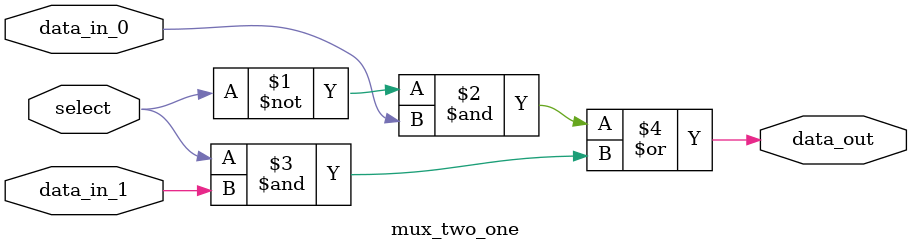
<source format=sv>

module mux_two_one(select, data_in_0, data_in_1, data_out);

	/// -----------
	/// Input Ports
	
	input select    ; // Data selection
	input data_in_0 ; // Data 1
	input data_in_1 ; // Data 2
	
	/// ------------
	/// Output Ports
	
	output data_out; // Output
	
	/// -----------------
	/// Assign Statements
	
	assign data_out = (~select & data_in_0) | (select & data_in_1); // One assignment for two inputs

endmodule
</source>
